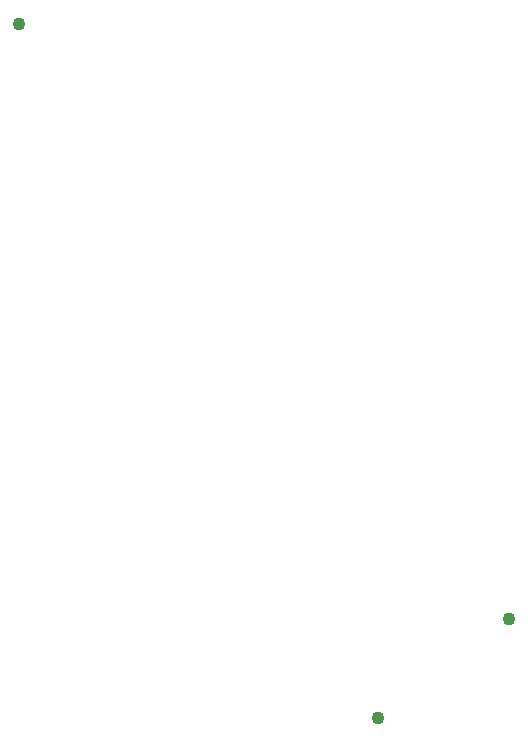
<source format=gbr>
%FSTAX23Y23*%
%MOMM*%
%SFA1B1*%

%IPPOS*%
%ADD45C,1.099998*%
%ADD46C,1.099998*%
%ADD47C,1.099998*%
%LNthrottlerlidpcb_npth_drill-1*%
%LPD*%
G54D45*
X-51925Y43092D03*
G54D46*
X-21557Y-15671D03*
G54D47*
X-10469Y-07316D03*
M02*
</source>
